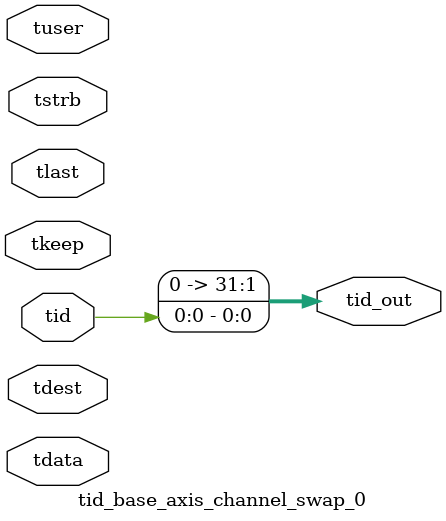
<source format=v>


`timescale 1ps/1ps

module tid_base_axis_channel_swap_0 #
(
parameter C_S_AXIS_TID_WIDTH   = 1,
parameter C_S_AXIS_TUSER_WIDTH = 0,
parameter C_S_AXIS_TDATA_WIDTH = 0,
parameter C_S_AXIS_TDEST_WIDTH = 0,
parameter C_M_AXIS_TID_WIDTH   = 32
)
(
input  [(C_S_AXIS_TID_WIDTH   == 0 ? 1 : C_S_AXIS_TID_WIDTH)-1:0       ] tid,
input  [(C_S_AXIS_TDATA_WIDTH == 0 ? 1 : C_S_AXIS_TDATA_WIDTH)-1:0     ] tdata,
input  [(C_S_AXIS_TUSER_WIDTH == 0 ? 1 : C_S_AXIS_TUSER_WIDTH)-1:0     ] tuser,
input  [(C_S_AXIS_TDEST_WIDTH == 0 ? 1 : C_S_AXIS_TDEST_WIDTH)-1:0     ] tdest,
input  [(C_S_AXIS_TDATA_WIDTH/8)-1:0 ] tkeep,
input  [(C_S_AXIS_TDATA_WIDTH/8)-1:0 ] tstrb,
input                                                                    tlast,
output [(C_M_AXIS_TID_WIDTH   == 0 ? 1 : C_M_AXIS_TID_WIDTH)-1:0       ] tid_out
);

assign tid_out = {tid[0:0]};

endmodule


</source>
